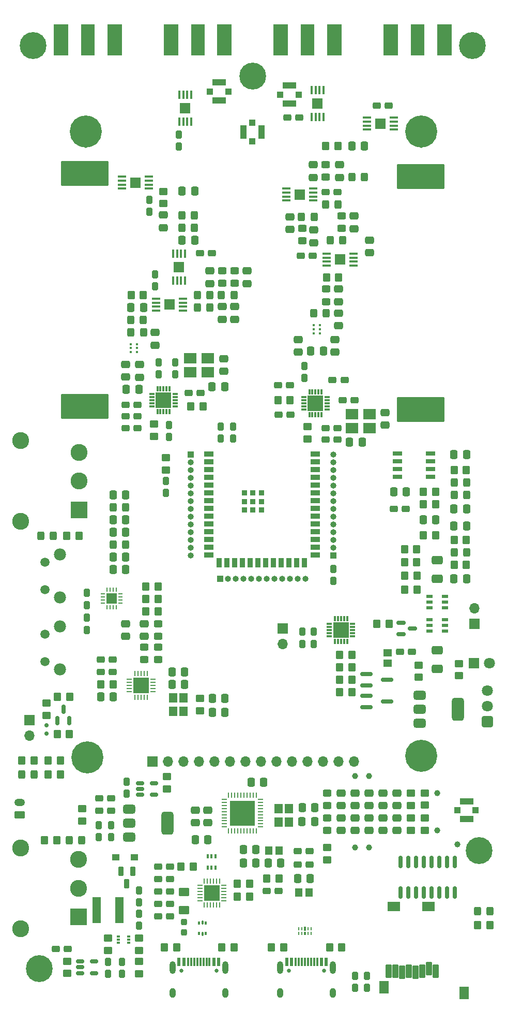
<source format=gbr>
%TF.GenerationSoftware,KiCad,Pcbnew,8.0.7*%
%TF.CreationDate,2025-02-17T14:25:55+00:00*%
%TF.ProjectId,PCB V3.1,50434220-5633-42e3-912e-6b696361645f,rev?*%
%TF.SameCoordinates,Original*%
%TF.FileFunction,Soldermask,Top*%
%TF.FilePolarity,Negative*%
%FSLAX46Y46*%
G04 Gerber Fmt 4.6, Leading zero omitted, Abs format (unit mm)*
G04 Created by KiCad (PCBNEW 8.0.7) date 2025-02-17 14:25:55*
%MOMM*%
%LPD*%
G01*
G04 APERTURE LIST*
G04 Aperture macros list*
%AMRoundRect*
0 Rectangle with rounded corners*
0 $1 Rounding radius*
0 $2 $3 $4 $5 $6 $7 $8 $9 X,Y pos of 4 corners*
0 Add a 4 corners polygon primitive as box body*
4,1,4,$2,$3,$4,$5,$6,$7,$8,$9,$2,$3,0*
0 Add four circle primitives for the rounded corners*
1,1,$1+$1,$2,$3*
1,1,$1+$1,$4,$5*
1,1,$1+$1,$6,$7*
1,1,$1+$1,$8,$9*
0 Add four rect primitives between the rounded corners*
20,1,$1+$1,$2,$3,$4,$5,0*
20,1,$1+$1,$4,$5,$6,$7,0*
20,1,$1+$1,$6,$7,$8,$9,0*
20,1,$1+$1,$8,$9,$2,$3,0*%
G04 Aperture macros list end*
%ADD10RoundRect,0.250000X-0.400000X-0.275000X0.400000X-0.275000X0.400000X0.275000X-0.400000X0.275000X0*%
%ADD11C,1.000000*%
%ADD12C,0.700000*%
%ADD13C,4.400000*%
%ADD14RoundRect,0.250000X-0.450000X0.350000X-0.450000X-0.350000X0.450000X-0.350000X0.450000X0.350000X0*%
%ADD15RoundRect,0.250000X-0.325000X-0.450000X0.325000X-0.450000X0.325000X0.450000X-0.325000X0.450000X0*%
%ADD16R,0.450000X1.400000*%
%ADD17R,1.750000X1.750000*%
%ADD18RoundRect,0.250000X0.450000X-0.325000X0.450000X0.325000X-0.450000X0.325000X-0.450000X-0.325000X0*%
%ADD19RoundRect,0.250000X-0.350000X-0.450000X0.350000X-0.450000X0.350000X0.450000X-0.350000X0.450000X0*%
%ADD20R,1.528000X0.650000*%
%ADD21RoundRect,0.250000X-0.337500X-0.475000X0.337500X-0.475000X0.337500X0.475000X-0.337500X0.475000X0*%
%ADD22RoundRect,0.250000X0.275000X-0.400000X0.275000X0.400000X-0.275000X0.400000X-0.275000X-0.400000X0*%
%ADD23RoundRect,0.250000X0.400000X0.275000X-0.400000X0.275000X-0.400000X-0.275000X0.400000X-0.275000X0*%
%ADD24RoundRect,0.237500X0.237500X-0.287500X0.237500X0.287500X-0.237500X0.287500X-0.237500X-0.287500X0*%
%ADD25R,1.000000X1.000000*%
%ADD26R,2.200000X1.050000*%
%ADD27R,2.100000X1.800000*%
%ADD28RoundRect,0.250000X0.350000X0.450000X-0.350000X0.450000X-0.350000X-0.450000X0.350000X-0.450000X0*%
%ADD29RoundRect,0.250000X-0.450000X0.325000X-0.450000X-0.325000X0.450000X-0.325000X0.450000X0.325000X0*%
%ADD30RoundRect,0.250000X0.475000X-0.337500X0.475000X0.337500X-0.475000X0.337500X-0.475000X-0.337500X0*%
%ADD31RoundRect,0.100000X0.100000X-0.225000X0.100000X0.225000X-0.100000X0.225000X-0.100000X-0.225000X0*%
%ADD32RoundRect,0.250000X0.337500X0.475000X-0.337500X0.475000X-0.337500X-0.475000X0.337500X-0.475000X0*%
%ADD33RoundRect,0.250000X-0.475000X0.337500X-0.475000X-0.337500X0.475000X-0.337500X0.475000X0.337500X0*%
%ADD34R,1.400000X0.450000*%
%ADD35RoundRect,0.250000X0.325000X0.450000X-0.325000X0.450000X-0.325000X-0.450000X0.325000X-0.450000X0*%
%ADD36R,0.950000X0.300000*%
%ADD37R,0.300000X0.950000*%
%ADD38C,0.500000*%
%ADD39R,2.500000X2.500000*%
%ADD40RoundRect,0.250000X-0.275000X0.400000X-0.275000X-0.400000X0.275000X-0.400000X0.275000X0.400000X0*%
%ADD41C,1.515000*%
%ADD42C,1.980000*%
%ADD43O,1.000000X1.000000*%
%ADD44RoundRect,0.250200X0.649800X-0.649800X0.649800X0.649800X-0.649800X0.649800X-0.649800X-0.649800X0*%
%ADD45C,1.800000*%
%ADD46RoundRect,0.162500X-0.837500X-0.162500X0.837500X-0.162500X0.837500X0.162500X-0.837500X0.162500X0*%
%ADD47RoundRect,0.062500X-0.350000X-0.062500X0.350000X-0.062500X0.350000X0.062500X-0.350000X0.062500X0*%
%ADD48RoundRect,0.062500X-0.062500X-0.350000X0.062500X-0.350000X0.062500X0.350000X-0.062500X0.350000X0*%
%ADD49R,2.600000X2.600000*%
%ADD50C,0.650000*%
%ADD51R,0.600000X1.450000*%
%ADD52R,0.300000X1.450000*%
%ADD53O,1.000000X2.100000*%
%ADD54O,1.000000X1.600000*%
%ADD55R,0.475000X0.300000*%
%ADD56RoundRect,0.250000X0.450000X-0.350000X0.450000X0.350000X-0.450000X0.350000X-0.450000X-0.350000X0*%
%ADD57RoundRect,0.102000X-3.810000X1.905000X-3.810000X-1.905000X3.810000X-1.905000X3.810000X1.905000X0*%
%ADD58RoundRect,0.102000X3.810000X-1.905000X3.810000X1.905000X-3.810000X1.905000X-3.810000X-1.905000X0*%
%ADD59R,1.700000X1.700000*%
%ADD60O,1.700000X1.700000*%
%ADD61C,0.800000*%
%ADD62C,5.250000*%
%ADD63R,1.100000X0.550000*%
%ADD64RoundRect,0.150000X-0.587500X-0.150000X0.587500X-0.150000X0.587500X0.150000X-0.587500X0.150000X0*%
%ADD65RoundRect,0.102000X0.600000X0.700000X-0.600000X0.700000X-0.600000X-0.700000X0.600000X-0.700000X0*%
%ADD66RoundRect,0.250000X0.650000X-0.412500X0.650000X0.412500X-0.650000X0.412500X-0.650000X-0.412500X0*%
%ADD67RoundRect,0.150000X0.200000X-0.150000X0.200000X0.150000X-0.200000X0.150000X-0.200000X-0.150000X0*%
%ADD68R,0.330000X0.410000*%
%ADD69RoundRect,0.250001X0.624999X-0.462499X0.624999X0.462499X-0.624999X0.462499X-0.624999X-0.462499X0*%
%ADD70RoundRect,0.093750X0.093750X-0.156250X0.093750X0.156250X-0.093750X0.156250X-0.093750X-0.156250X0*%
%ADD71RoundRect,0.075000X0.075000X-0.250000X0.075000X0.250000X-0.075000X0.250000X-0.075000X-0.250000X0*%
%ADD72R,1.050000X2.200000*%
%ADD73RoundRect,0.062500X0.062500X-0.375000X0.062500X0.375000X-0.062500X0.375000X-0.062500X-0.375000X0*%
%ADD74RoundRect,0.062500X0.375000X-0.062500X0.375000X0.062500X-0.375000X0.062500X-0.375000X-0.062500X0*%
%ADD75R,4.100000X4.100000*%
%ADD76R,1.200000X1.450000*%
%ADD77RoundRect,0.102000X-0.279400X0.660400X-0.279400X-0.660400X0.279400X-0.660400X0.279400X0.660400X0*%
%ADD78R,2.290000X5.080000*%
%ADD79R,2.420000X5.080000*%
%ADD80R,1.800000X1.800000*%
%ADD81RoundRect,0.250000X0.625000X-0.350000X0.625000X0.350000X-0.625000X0.350000X-0.625000X-0.350000X0*%
%ADD82O,1.750000X1.200000*%
%ADD83R,1.400000X4.200000*%
%ADD84RoundRect,0.062500X0.062500X-0.350000X0.062500X0.350000X-0.062500X0.350000X-0.062500X-0.350000X0*%
%ADD85RoundRect,0.062500X0.350000X-0.062500X0.350000X0.062500X-0.350000X0.062500X-0.350000X-0.062500X0*%
%ADD86RoundRect,0.102000X-0.400000X-1.000000X0.400000X-1.000000X0.400000X1.000000X-0.400000X1.000000X0*%
%ADD87RoundRect,0.102000X-0.900000X-0.700000X0.900000X-0.700000X0.900000X0.700000X-0.900000X0.700000X0*%
%ADD88RoundRect,0.102000X-0.700000X-0.950000X0.700000X-0.950000X0.700000X0.950000X-0.700000X0.950000X0*%
%ADD89RoundRect,0.150000X-0.512500X-0.150000X0.512500X-0.150000X0.512500X0.150000X-0.512500X0.150000X0*%
%ADD90RoundRect,0.375000X-0.625000X-0.375000X0.625000X-0.375000X0.625000X0.375000X-0.625000X0.375000X0*%
%ADD91RoundRect,0.500000X-0.500000X-1.400000X0.500000X-1.400000X0.500000X1.400000X-0.500000X1.400000X0*%
%ADD92R,2.775000X2.775000*%
%ADD93C,2.775000*%
%ADD94R,0.250000X0.625000*%
%ADD95R,0.450000X0.700000*%
%ADD96R,0.450000X0.575000*%
%ADD97RoundRect,0.150000X0.150000X-0.825000X0.150000X0.825000X-0.150000X0.825000X-0.150000X-0.825000X0*%
%ADD98RoundRect,0.250000X-0.650000X0.412500X-0.650000X-0.412500X0.650000X-0.412500X0.650000X0.412500X0*%
%ADD99R,1.450000X1.200000*%
%ADD100R,0.254000X0.762000*%
%ADD101R,0.762000X0.254000*%
%ADD102R,1.752600X1.752600*%
%ADD103RoundRect,0.150000X0.150000X-0.587500X0.150000X0.587500X-0.150000X0.587500X-0.150000X-0.587500X0*%
%ADD104R,1.498600X0.889000*%
%ADD105R,0.889000X1.498600*%
%ADD106R,0.889000X0.889000*%
%ADD107R,1.143000X1.092200*%
G04 APERTURE END LIST*
D10*
%TO.C,C24*%
X92628500Y-84339200D03*
X94578500Y-84339200D03*
%TD*%
D11*
%TO.C,TP7*%
X119882500Y-158639700D03*
%TD*%
D12*
%TO.C,H1*%
X66473500Y-178487200D03*
X66956774Y-177320474D03*
X66956774Y-179653926D03*
X68123500Y-176837200D03*
D13*
X68123500Y-178487200D03*
D12*
X68123500Y-180137200D03*
X69290226Y-177320474D03*
X69290226Y-179653926D03*
X69773500Y-178487200D03*
%TD*%
D14*
%TO.C,R31*%
X94492500Y-134266200D03*
X94492500Y-136266200D03*
%TD*%
D15*
%TO.C,D3*%
X65254500Y-146696200D03*
X67304500Y-146696200D03*
%TD*%
D16*
%TO.C,U13*%
X92034000Y-61554000D03*
X91384000Y-61554000D03*
X90734000Y-61554000D03*
X90084000Y-61554000D03*
X90084000Y-65954000D03*
X90734000Y-65954000D03*
X91384000Y-65954000D03*
X92034000Y-65954000D03*
D17*
X91059000Y-63754000D03*
%TD*%
D18*
%TO.C,L26*%
X115062000Y-49022000D03*
X115062000Y-46972000D03*
%TD*%
D19*
%TO.C,R35*%
X85608500Y-117994200D03*
X87608500Y-117994200D03*
%TD*%
%TO.C,R51*%
X115199500Y-65416200D03*
X117199500Y-65416200D03*
%TD*%
D20*
%TO.C,U19*%
X132245500Y-98055200D03*
X132245500Y-96785200D03*
X132245500Y-95515200D03*
X132245500Y-94245200D03*
X126823500Y-94245200D03*
X126823500Y-95515200D03*
X126823500Y-96785200D03*
X126823500Y-98055200D03*
%TD*%
D21*
%TO.C,C43*%
X96503000Y-136536200D03*
X98578000Y-136536200D03*
%TD*%
D22*
%TO.C,C22*%
X97921500Y-91752500D03*
X97921500Y-89802500D03*
%TD*%
D15*
%TO.C,L18*%
X115815000Y-59309000D03*
X117865000Y-59309000D03*
%TD*%
D23*
%TO.C,C2*%
X89552500Y-165841200D03*
X87602500Y-165841200D03*
%TD*%
D24*
%TO.C,FB1*%
X91879500Y-172558200D03*
X91879500Y-170808200D03*
%TD*%
D19*
%TO.C,R50*%
X131090500Y-100468200D03*
X133090500Y-100468200D03*
%TD*%
D25*
%TO.C,AE6*%
X110623500Y-35487200D03*
D26*
X109123500Y-36962200D03*
D25*
X107623500Y-35487200D03*
D26*
X109123500Y-34012200D03*
%TD*%
D15*
%TO.C,D8*%
X136113500Y-98944200D03*
X138163500Y-98944200D03*
%TD*%
%TO.C,L16*%
X91552500Y-57288200D03*
X93602500Y-57288200D03*
%TD*%
D27*
%TO.C,Y1*%
X92905500Y-80917200D03*
X95805500Y-80917200D03*
X95805500Y-78617200D03*
X92905500Y-78617200D03*
%TD*%
D21*
%TO.C,C26*%
X96471500Y-83323200D03*
X98546500Y-83323200D03*
%TD*%
D28*
%TO.C,R45*%
X119358500Y-129170200D03*
X117358500Y-129170200D03*
%TD*%
D10*
%TO.C,C56*%
X110519500Y-159230500D03*
X112469500Y-159230500D03*
%TD*%
D29*
%TO.C,L6*%
X85354500Y-125859200D03*
X85354500Y-127909200D03*
%TD*%
D30*
%TO.C,C108*%
X116580500Y-77629700D03*
X116580500Y-75554700D03*
%TD*%
D18*
%TO.C,L24*%
X115183500Y-69362200D03*
X115183500Y-67312200D03*
%TD*%
D31*
%TO.C,Q3*%
X95722500Y-161936200D03*
X96372500Y-161936200D03*
X97022500Y-161936200D03*
X97022500Y-160036200D03*
X96372500Y-160036200D03*
X95722500Y-160036200D03*
%TD*%
D32*
%TO.C,C48*%
X91974000Y-131964200D03*
X89899000Y-131964200D03*
%TD*%
D14*
%TO.C,R26*%
X131312500Y-149728200D03*
X131312500Y-151728200D03*
%TD*%
D33*
%TO.C,C53*%
X100164000Y-70183000D03*
X100164000Y-72258000D03*
%TD*%
D19*
%TO.C,R4*%
X71105500Y-140092200D03*
X73105500Y-140092200D03*
%TD*%
D34*
%TO.C,U17*%
X121879000Y-39284000D03*
X121879000Y-39934000D03*
X121879000Y-40584000D03*
X121879000Y-41234000D03*
X126279000Y-41234000D03*
X126279000Y-40584000D03*
X126279000Y-39934000D03*
X126279000Y-39284000D03*
D17*
X124079000Y-40259000D03*
%TD*%
D15*
%TO.C,L21*%
X111116000Y-55499000D03*
X113166000Y-55499000D03*
%TD*%
D35*
%TO.C,L25*%
X121421000Y-49013000D03*
X119371000Y-49013000D03*
%TD*%
D32*
%TO.C,C47*%
X91974000Y-129932200D03*
X89899000Y-129932200D03*
%TD*%
D19*
%TO.C,R44*%
X117358500Y-127138200D03*
X119358500Y-127138200D03*
%TD*%
D23*
%TO.C,C68*%
X84291500Y-90015500D03*
X82341500Y-90015500D03*
%TD*%
D22*
%TO.C,C32*%
X87761500Y-81211500D03*
X87761500Y-79261500D03*
%TD*%
D36*
%TO.C,IC4*%
X115696500Y-122074200D03*
X115696500Y-122574200D03*
X115696500Y-123074200D03*
X115696500Y-123574200D03*
X115696500Y-124074200D03*
D37*
X116596500Y-124974200D03*
X117096500Y-124974200D03*
X117596500Y-124974200D03*
X118096500Y-124974200D03*
X118596500Y-124974200D03*
D36*
X119496500Y-124074200D03*
X119496500Y-123574200D03*
X119496500Y-123074200D03*
X119496500Y-122574200D03*
X119496500Y-122074200D03*
D37*
X118596500Y-121174200D03*
X118096500Y-121174200D03*
X117596500Y-121174200D03*
X117096500Y-121174200D03*
X116596500Y-121174200D03*
D38*
X116834500Y-122312200D03*
X116834500Y-123074200D03*
X116834500Y-123836200D03*
X117596500Y-122312200D03*
X117596500Y-123074200D03*
D39*
X117596500Y-123074200D03*
D38*
X117596500Y-123836200D03*
X118358500Y-122312200D03*
X118358500Y-123074200D03*
X118358500Y-123836200D03*
%TD*%
D35*
%TO.C,L15*%
X82299500Y-103008200D03*
X80249500Y-103008200D03*
%TD*%
D21*
%TO.C,C104*%
X112622000Y-77481200D03*
X114697000Y-77481200D03*
%TD*%
D40*
%TO.C,C94*%
X86233000Y-52746000D03*
X86233000Y-54696000D03*
%TD*%
D21*
%TO.C,C42*%
X96503000Y-134250200D03*
X98578000Y-134250200D03*
%TD*%
D11*
%TO.C,TP3*%
X133344500Y-155808200D03*
%TD*%
D37*
%TO.C,IC6*%
X112405500Y-87890200D03*
X112905500Y-87890200D03*
X113405500Y-87890200D03*
X113905500Y-87890200D03*
X114405500Y-87890200D03*
D36*
X115305500Y-86990200D03*
X115305500Y-86490200D03*
X115305500Y-85990200D03*
X115305500Y-85490200D03*
X115305500Y-84990200D03*
D37*
X114405500Y-84090200D03*
X113905500Y-84090200D03*
X113405500Y-84090200D03*
X112905500Y-84090200D03*
X112405500Y-84090200D03*
D36*
X111505500Y-84990200D03*
X111505500Y-85490200D03*
X111505500Y-85990200D03*
X111505500Y-86490200D03*
X111505500Y-86990200D03*
D38*
X112643500Y-86752200D03*
X113405500Y-86752200D03*
X114167500Y-86752200D03*
X112643500Y-85990200D03*
X113405500Y-85990200D03*
D39*
X113405500Y-85990200D03*
D38*
X114167500Y-85990200D03*
X112643500Y-85228200D03*
X113405500Y-85228200D03*
X114167500Y-85228200D03*
%TD*%
D41*
%TO.C,RESET1*%
X69082500Y-111986200D03*
X69082500Y-116486200D03*
D42*
X71572500Y-110731200D03*
X71572500Y-117741200D03*
%TD*%
D23*
%TO.C,C7*%
X89552500Y-169905200D03*
X87602500Y-169905200D03*
%TD*%
D25*
%TO.C,J10*%
X116326500Y-110882200D03*
D43*
X116326500Y-109612200D03*
X116326500Y-108342200D03*
X116326500Y-107072200D03*
X116326500Y-105802200D03*
X116326500Y-104532200D03*
X116326500Y-103262200D03*
X116326500Y-101992200D03*
X116326500Y-100722200D03*
X116326500Y-99452200D03*
X116326500Y-98182200D03*
X116326500Y-96912200D03*
X116326500Y-95642200D03*
X116326500Y-94372200D03*
%TD*%
D33*
%TO.C,C97*%
X109220000Y-55477500D03*
X109220000Y-57552500D03*
%TD*%
D23*
%TO.C,C4*%
X89552500Y-167873200D03*
X87602500Y-167873200D03*
%TD*%
D44*
%TO.C,U5*%
X141598500Y-138060200D03*
D45*
X141598500Y-135520200D03*
X141598500Y-132980200D03*
%TD*%
D33*
%TO.C,C121*%
X113030000Y-46959500D03*
X113030000Y-49034500D03*
%TD*%
D14*
%TO.C,R20*%
X84513500Y-177287200D03*
X84513500Y-179287200D03*
%TD*%
D30*
%TO.C,C49*%
X85354500Y-124111700D03*
X85354500Y-122036700D03*
%TD*%
D33*
%TO.C,C29*%
X126740500Y-153786700D03*
X126740500Y-155861700D03*
%TD*%
D21*
%TO.C,C99*%
X136101000Y-114692200D03*
X138176000Y-114692200D03*
%TD*%
D46*
%TO.C,Q5*%
X121728500Y-130252200D03*
X121728500Y-132152200D03*
X125148500Y-131202200D03*
%TD*%
D47*
%TO.C,U6*%
X94514000Y-164845200D03*
X94514000Y-165345200D03*
X94514000Y-165845200D03*
X94514000Y-166345200D03*
X94514000Y-166845200D03*
X94514000Y-167345200D03*
D48*
X95201500Y-168032700D03*
X95701500Y-168032700D03*
X96201500Y-168032700D03*
X96701500Y-168032700D03*
X97201500Y-168032700D03*
X97701500Y-168032700D03*
D47*
X98389000Y-167345200D03*
X98389000Y-166845200D03*
X98389000Y-166345200D03*
X98389000Y-165845200D03*
X98389000Y-165345200D03*
X98389000Y-164845200D03*
D48*
X97701500Y-164157700D03*
X97201500Y-164157700D03*
X96701500Y-164157700D03*
X96201500Y-164157700D03*
X95701500Y-164157700D03*
X95201500Y-164157700D03*
D38*
X95562500Y-165206200D03*
X95562500Y-166095200D03*
X95562500Y-166984200D03*
X96451500Y-165206200D03*
X96451500Y-166095200D03*
D49*
X96451500Y-166095200D03*
D38*
X96451500Y-166984200D03*
X97340500Y-165206200D03*
X97340500Y-166095200D03*
X97340500Y-166984200D03*
%TD*%
D50*
%TO.C,USB_OTG1*%
X109053500Y-178787200D03*
X114833500Y-178787200D03*
D51*
X108693500Y-177342200D03*
X109493500Y-177342200D03*
D52*
X110693500Y-177342200D03*
X111693500Y-177342200D03*
X112193500Y-177342200D03*
X113193500Y-177342200D03*
D51*
X114393500Y-177342200D03*
X115193500Y-177342200D03*
X115193500Y-177342200D03*
X114393500Y-177342200D03*
D52*
X113693500Y-177342200D03*
X112693500Y-177342200D03*
X111193500Y-177342200D03*
X110193500Y-177342200D03*
D51*
X109493500Y-177342200D03*
X108693500Y-177342200D03*
D53*
X107623500Y-178257200D03*
D54*
X107623500Y-182437200D03*
D53*
X116263500Y-178257200D03*
D54*
X116263500Y-182437200D03*
%TD*%
D19*
%TO.C,R59*%
X72654500Y-107707200D03*
X74654500Y-107707200D03*
%TD*%
D22*
%TO.C,C25*%
X87116500Y-66860500D03*
X87116500Y-64910500D03*
%TD*%
D50*
%TO.C,USB_UART1*%
X91413500Y-178787200D03*
X97193500Y-178787200D03*
D51*
X91053500Y-177342200D03*
X91853500Y-177342200D03*
D52*
X93053500Y-177342200D03*
X94053500Y-177342200D03*
X94553500Y-177342200D03*
X95553500Y-177342200D03*
D51*
X96753500Y-177342200D03*
X97553500Y-177342200D03*
X97553500Y-177342200D03*
X96753500Y-177342200D03*
D52*
X96053500Y-177342200D03*
X95053500Y-177342200D03*
X93553500Y-177342200D03*
X92553500Y-177342200D03*
D51*
X91853500Y-177342200D03*
X91053500Y-177342200D03*
D53*
X89983500Y-178257200D03*
D54*
X89983500Y-182437200D03*
D53*
X98623500Y-178257200D03*
D54*
X98623500Y-182437200D03*
%TD*%
D55*
%TO.C,IC1*%
X81135500Y-173215200D03*
X81135500Y-173715200D03*
X81135500Y-174215200D03*
X82811500Y-174215200D03*
X82811500Y-173715200D03*
X82811500Y-173215200D03*
%TD*%
D29*
%TO.C,L9*%
X115310500Y-149719200D03*
X115310500Y-151769200D03*
%TD*%
D35*
%TO.C,L22*%
X117103000Y-53467000D03*
X115053000Y-53467000D03*
%TD*%
D21*
%TO.C,C84*%
X91540000Y-51319200D03*
X93615000Y-51319200D03*
%TD*%
D33*
%TO.C,C38*%
X117596500Y-153770700D03*
X117596500Y-155845700D03*
%TD*%
D28*
%TO.C,R16*%
X71606500Y-144410200D03*
X69606500Y-144410200D03*
%TD*%
D56*
%TO.C,R21*%
X130296500Y-130797200D03*
X130296500Y-128797200D03*
%TD*%
D21*
%TO.C,C69*%
X80237000Y-113168200D03*
X82312000Y-113168200D03*
%TD*%
D32*
%TO.C,C44*%
X107722000Y-161135500D03*
X105647000Y-161135500D03*
%TD*%
D18*
%TO.C,L11*%
X98132000Y-66382000D03*
X98132000Y-64332000D03*
%TD*%
D19*
%TO.C,R18*%
X100604500Y-164564500D03*
X102604500Y-164564500D03*
%TD*%
D57*
%TO.C,AE4*%
X130623500Y-48887200D03*
X130623500Y-86987200D03*
%TD*%
D23*
%TO.C,C14*%
X89552500Y-161777200D03*
X87602500Y-161777200D03*
%TD*%
D28*
%TO.C,R53*%
X117078000Y-43933000D03*
X115078000Y-43933000D03*
%TD*%
D22*
%TO.C,C17*%
X119882500Y-181580200D03*
X119882500Y-179630200D03*
%TD*%
D21*
%TO.C,C81*%
X80237000Y-100976200D03*
X82312000Y-100976200D03*
%TD*%
D58*
%TO.C,AE2*%
X75623500Y-48417200D03*
X75623500Y-86517200D03*
%TD*%
D33*
%TO.C,C90*%
X124835500Y-87492700D03*
X124835500Y-89567700D03*
%TD*%
D34*
%TO.C,U14*%
X115275000Y-61509000D03*
X115275000Y-62159000D03*
X115275000Y-62809000D03*
X115275000Y-63459000D03*
X119675000Y-63459000D03*
X119675000Y-62809000D03*
X119675000Y-62159000D03*
X119675000Y-61509000D03*
D17*
X117475000Y-62484000D03*
%TD*%
D59*
%TO.C,SCREEN1*%
X86742400Y-144619700D03*
D60*
X89282400Y-144619700D03*
X91822400Y-144619700D03*
X94362400Y-144619700D03*
X96902400Y-144619700D03*
X99442400Y-144619700D03*
X101982400Y-144619700D03*
X104522400Y-144619700D03*
X107062400Y-144619700D03*
X109602400Y-144619700D03*
X112142400Y-144619700D03*
X114682400Y-144619700D03*
X117222400Y-144619700D03*
X119762400Y-144619700D03*
D61*
X73652400Y-41579700D03*
X73906400Y-143873700D03*
X74414400Y-39882644D03*
X74414400Y-43276756D03*
X74668400Y-142176644D03*
X74668400Y-145570756D03*
X75802400Y-39499700D03*
D62*
X75802400Y-41579700D03*
D61*
X75802400Y-43817700D03*
X76056400Y-141793700D03*
D62*
X76056400Y-143873700D03*
D61*
X76056400Y-146111700D03*
X77208400Y-39882644D03*
X77208400Y-43276756D03*
X77462400Y-142176644D03*
X77462400Y-145570756D03*
X77970400Y-41579700D03*
X78224400Y-143873700D03*
X128552400Y-41579700D03*
X128552400Y-143619700D03*
X129314400Y-39882644D03*
X129314400Y-43276756D03*
X129314400Y-141922644D03*
X129314400Y-145316756D03*
X130702400Y-39499700D03*
D62*
X130702400Y-41579700D03*
D61*
X130702400Y-43817700D03*
X130702400Y-141539700D03*
D62*
X130702400Y-143619700D03*
D61*
X130702400Y-145857700D03*
X132108400Y-39882644D03*
X132108400Y-43276756D03*
X132108400Y-141922644D03*
X132108400Y-145316756D03*
X132870400Y-41579700D03*
X132870400Y-143619700D03*
%TD*%
D23*
%TO.C,C13*%
X89552500Y-163809200D03*
X87602500Y-163809200D03*
%TD*%
D35*
%TO.C,L13*%
X85220500Y-72401200D03*
X83170500Y-72401200D03*
%TD*%
D63*
%TO.C,IC7*%
X132044500Y-117552200D03*
X132044500Y-118502200D03*
X132044500Y-119452200D03*
X134644500Y-119452200D03*
X134644500Y-118502200D03*
X134644500Y-117552200D03*
%TD*%
D32*
%TO.C,C115*%
X138176000Y-94372200D03*
X136101000Y-94372200D03*
%TD*%
D19*
%TO.C,R54*%
X131074500Y-107580200D03*
X133074500Y-107580200D03*
%TD*%
D21*
%TO.C,C23*%
X78215000Y-133996200D03*
X80290000Y-133996200D03*
%TD*%
D64*
%TO.C,Q7*%
X127405500Y-121870200D03*
X127405500Y-123770200D03*
X129280500Y-122820200D03*
%TD*%
D65*
%TO.C,Y2*%
X91786500Y-136366200D03*
X91786500Y-134166200D03*
X90086500Y-134166200D03*
X90086500Y-136366200D03*
%TD*%
D28*
%TO.C,R49*%
X138138500Y-96912200D03*
X136138500Y-96912200D03*
%TD*%
D66*
%TO.C,C98*%
X133344500Y-114730700D03*
X133344500Y-111605700D03*
%TD*%
D46*
%TO.C,Q6*%
X121728500Y-133808200D03*
X121728500Y-135708200D03*
X125148500Y-134758200D03*
%TD*%
D19*
%TO.C,R40*%
X117358500Y-131202200D03*
X119358500Y-131202200D03*
%TD*%
D22*
%TO.C,C39*%
X90418500Y-81211500D03*
X90418500Y-79261500D03*
%TD*%
D33*
%TO.C,C36*%
X119882500Y-149706700D03*
X119882500Y-151781700D03*
%TD*%
D56*
%TO.C,R27*%
X131312500Y-155808200D03*
X131312500Y-153808200D03*
%TD*%
D23*
%TO.C,C66*%
X84291500Y-88110500D03*
X82341500Y-88110500D03*
%TD*%
D10*
%TO.C,C72*%
X94488000Y-61468000D03*
X96438000Y-61468000D03*
%TD*%
%TO.C,C91*%
X117860500Y-85482200D03*
X119810500Y-85482200D03*
%TD*%
D22*
%TO.C,C16*%
X84513500Y-167578200D03*
X84513500Y-165628200D03*
%TD*%
D19*
%TO.C,R43*%
X123454500Y-122058200D03*
X125454500Y-122058200D03*
%TD*%
D40*
%TO.C,C5*%
X79433500Y-177312200D03*
X79433500Y-179262200D03*
%TD*%
D67*
%TO.C,D1*%
X69311500Y-138630200D03*
X69311500Y-140030200D03*
%TD*%
D12*
%TO.C,H3*%
X65473500Y-27487200D03*
X65956774Y-26320474D03*
X65956774Y-28653926D03*
X67123500Y-25837200D03*
D13*
X67123500Y-27487200D03*
D12*
X67123500Y-29137200D03*
X68290226Y-26320474D03*
X68290226Y-28653926D03*
X68773500Y-27487200D03*
%TD*%
D68*
%TO.C,FL2*%
X113151500Y-73240200D03*
X113151500Y-73900200D03*
X113151500Y-74560200D03*
X114141500Y-74560200D03*
X114141500Y-73900200D03*
X114141500Y-73240200D03*
%TD*%
D33*
%TO.C,C82*%
X88513500Y-55213200D03*
X88513500Y-57288200D03*
%TD*%
D21*
%TO.C,C117*%
X126211000Y-100468200D03*
X128286000Y-100468200D03*
%TD*%
D69*
%TO.C,F1*%
X91879500Y-168852700D03*
X91879500Y-165877700D03*
%TD*%
D21*
%TO.C,C89*%
X118972000Y-92340200D03*
X121047000Y-92340200D03*
%TD*%
D19*
%TO.C,R34*%
X85608500Y-120026200D03*
X87608500Y-120026200D03*
%TD*%
D70*
%TO.C,U2*%
X94360500Y-172699200D03*
D71*
X94898000Y-172774200D03*
D70*
X95435500Y-172699200D03*
X95435500Y-170999200D03*
D71*
X94898000Y-170924200D03*
D70*
X94360500Y-170999200D03*
%TD*%
D14*
%TO.C,R39*%
X88513500Y-51335200D03*
X88513500Y-53335200D03*
%TD*%
D21*
%TO.C,C120*%
X131058500Y-105040200D03*
X133133500Y-105040200D03*
%TD*%
D18*
%TO.C,L19*%
X111252000Y-59445000D03*
X111252000Y-57395000D03*
%TD*%
D32*
%TO.C,C102*%
X138154500Y-106056200D03*
X136079500Y-106056200D03*
%TD*%
D27*
%TO.C,Y4*%
X119374500Y-90068200D03*
X122274500Y-90068200D03*
X122274500Y-87768200D03*
X119374500Y-87768200D03*
%TD*%
D22*
%TO.C,C15*%
X84513500Y-171388200D03*
X84513500Y-169438200D03*
%TD*%
D15*
%TO.C,L4*%
X94059000Y-70310000D03*
X96109000Y-70310000D03*
%TD*%
D19*
%TO.C,R17*%
X100614500Y-166684800D03*
X102614500Y-166684800D03*
%TD*%
D23*
%TO.C,C11*%
X79900500Y-150601200D03*
X77950500Y-150601200D03*
%TD*%
D40*
%TO.C,C67*%
X75940500Y-121083200D03*
X75940500Y-123033200D03*
%TD*%
D33*
%TO.C,C45*%
X98132000Y-70183000D03*
X98132000Y-72258000D03*
%TD*%
D25*
%TO.C,J7*%
X103055500Y-43135200D03*
D72*
X101580500Y-41635200D03*
D25*
X103055500Y-40135200D03*
D72*
X104530500Y-41635200D03*
%TD*%
D32*
%TO.C,C78*%
X82312000Y-107072200D03*
X80237000Y-107072200D03*
%TD*%
D73*
%TO.C,IC3*%
X99182500Y-155961700D03*
X99682500Y-155961700D03*
X100182500Y-155961700D03*
X100682500Y-155961700D03*
X101182500Y-155961700D03*
X101682500Y-155961700D03*
X102182500Y-155961700D03*
X102682500Y-155961700D03*
X103182500Y-155961700D03*
X103682500Y-155961700D03*
D74*
X104370000Y-155274200D03*
X104370000Y-154774200D03*
X104370000Y-154274200D03*
X104370000Y-153774200D03*
X104370000Y-153274200D03*
X104370000Y-152774200D03*
X104370000Y-152274200D03*
X104370000Y-151774200D03*
X104370000Y-151274200D03*
X104370000Y-150774200D03*
D73*
X103682500Y-150086700D03*
X103182500Y-150086700D03*
X102682500Y-150086700D03*
X102182500Y-150086700D03*
X101682500Y-150086700D03*
X101182500Y-150086700D03*
X100682500Y-150086700D03*
X100182500Y-150086700D03*
X99682500Y-150086700D03*
X99182500Y-150086700D03*
D74*
X98495000Y-150774200D03*
X98495000Y-151274200D03*
X98495000Y-151774200D03*
X98495000Y-152274200D03*
X98495000Y-152774200D03*
X98495000Y-153274200D03*
X98495000Y-153774200D03*
X98495000Y-154274200D03*
X98495000Y-154774200D03*
X98495000Y-155274200D03*
D75*
X101432500Y-153024200D03*
%TD*%
D22*
%TO.C,C6*%
X79941500Y-156910200D03*
X79941500Y-154960200D03*
%TD*%
D10*
%TO.C,C92*%
X115097500Y-91920500D03*
X117047500Y-91920500D03*
%TD*%
D23*
%TO.C,C70*%
X84291500Y-86205500D03*
X82341500Y-86205500D03*
%TD*%
D33*
%TO.C,C54*%
X102196000Y-64319500D03*
X102196000Y-66394500D03*
%TD*%
D14*
%TO.C,R19*%
X84513500Y-173477200D03*
X84513500Y-175477200D03*
%TD*%
D30*
%TO.C,C28*%
X126740500Y-151781700D03*
X126740500Y-149706700D03*
%TD*%
D28*
%TO.C,R47*%
X109249500Y-85482200D03*
X107249500Y-85482200D03*
%TD*%
D33*
%TO.C,C100*%
X119761000Y-55350500D03*
X119761000Y-57425500D03*
%TD*%
D11*
%TO.C,TP6*%
X122168500Y-158639700D03*
%TD*%
D35*
%TO.C,D5*%
X141989500Y-169048200D03*
X139939500Y-169048200D03*
%TD*%
D11*
%TO.C,TP5*%
X119882500Y-146955700D03*
%TD*%
D40*
%TO.C,C60*%
X89402500Y-89548500D03*
X89402500Y-91498500D03*
%TD*%
D76*
%TO.C,FB2*%
X107430500Y-159103500D03*
X105730500Y-159103500D03*
%TD*%
D21*
%TO.C,C80*%
X91540000Y-59320200D03*
X93615000Y-59320200D03*
%TD*%
D10*
%TO.C,C93*%
X127289500Y-126630200D03*
X129239500Y-126630200D03*
%TD*%
D77*
%TO.C,Q1*%
X83446700Y-162539200D03*
X81516300Y-162539200D03*
X82481500Y-164571200D03*
%TD*%
D78*
%TO.C,AE7*%
X94123500Y-26557200D03*
D79*
X98503500Y-26557200D03*
X89743500Y-26557200D03*
%TD*%
D22*
%TO.C,C110*%
X111627500Y-81846500D03*
X111627500Y-79896500D03*
%TD*%
D10*
%TO.C,C87*%
X115056500Y-90015500D03*
X117006500Y-90015500D03*
%TD*%
D14*
%TO.C,R12*%
X79433500Y-173477200D03*
X79433500Y-175477200D03*
%TD*%
D10*
%TO.C,C58*%
X105439500Y-165707500D03*
X107389500Y-165707500D03*
%TD*%
D80*
%TO.C,D4*%
X139348500Y-128520200D03*
D45*
X141888500Y-128520200D03*
%TD*%
D25*
%TO.C,J5*%
X136656500Y-152538200D03*
D26*
X138156500Y-151063200D03*
D25*
X139656500Y-152538200D03*
D26*
X138156500Y-154013200D03*
%TD*%
D14*
%TO.C,R23*%
X88904500Y-94896200D03*
X88904500Y-96896200D03*
%TD*%
D19*
%TO.C,R15*%
X69606500Y-146696200D03*
X71606500Y-146696200D03*
%TD*%
D28*
%TO.C,R52*%
X133074500Y-102500200D03*
X131074500Y-102500200D03*
%TD*%
D30*
%TO.C,C46*%
X96100000Y-66394500D03*
X96100000Y-64319500D03*
%TD*%
D35*
%TO.C,D6*%
X138163500Y-110374200D03*
X136113500Y-110374200D03*
%TD*%
D11*
%TO.C,TP2*%
X136646500Y-158126200D03*
%TD*%
D63*
%TO.C,IC5*%
X132044500Y-121362200D03*
X132044500Y-122312200D03*
X132044500Y-123262200D03*
X134644500Y-123262200D03*
X134644500Y-122312200D03*
X134644500Y-121362200D03*
%TD*%
D19*
%TO.C,R36*%
X105414500Y-163675500D03*
X107414500Y-163675500D03*
%TD*%
D32*
%TO.C,C57*%
X112532000Y-163675500D03*
X110457000Y-163675500D03*
%TD*%
D21*
%TO.C,C123*%
X119358500Y-43933000D03*
X121433500Y-43933000D03*
%TD*%
D12*
%TO.C,H2*%
X138552500Y-159142200D03*
X139035774Y-157975474D03*
X139035774Y-160308926D03*
X140202500Y-157492200D03*
D13*
X140202500Y-159142200D03*
D12*
X140202500Y-160792200D03*
X141369226Y-157975474D03*
X141369226Y-160308926D03*
X141852500Y-159142200D03*
%TD*%
D81*
%TO.C,JSTPH1*%
X64987000Y-153273000D03*
D82*
X64987000Y-151273000D03*
%TD*%
D33*
%TO.C,C116*%
X117215500Y-67299700D03*
X117215500Y-69374700D03*
%TD*%
D23*
%TO.C,C1*%
X72788500Y-175239200D03*
X70838500Y-175239200D03*
%TD*%
D83*
%TO.C,L1*%
X77583500Y-168889200D03*
X81283500Y-168889200D03*
%TD*%
D28*
%TO.C,R55*%
X130026500Y-114184200D03*
X128026500Y-114184200D03*
%TD*%
D33*
%TO.C,C118*%
X117348000Y-46959500D03*
X117348000Y-49034500D03*
%TD*%
D15*
%TO.C,L7*%
X97996000Y-68278000D03*
X100046000Y-68278000D03*
%TD*%
D22*
%TO.C,C3*%
X77909500Y-156910200D03*
X77909500Y-154960200D03*
%TD*%
D59*
%TO.C,J1*%
X66542500Y-137826200D03*
D60*
X66542500Y-140366200D03*
%TD*%
D56*
%TO.C,R1*%
X89085500Y-149045200D03*
X89085500Y-147045200D03*
%TD*%
D10*
%TO.C,C119*%
X126273500Y-103262200D03*
X128223500Y-103262200D03*
%TD*%
D40*
%TO.C,C86*%
X113157000Y-123369200D03*
X113157000Y-125319200D03*
%TD*%
D30*
%TO.C,C62*%
X82290500Y-81693700D03*
X82290500Y-79618700D03*
%TD*%
D34*
%TO.C,U16*%
X113030000Y-52832000D03*
X113030000Y-52182000D03*
X113030000Y-51532000D03*
X113030000Y-50882000D03*
X108630000Y-50882000D03*
X108630000Y-51532000D03*
X108630000Y-52182000D03*
X108630000Y-52832000D03*
D17*
X110830000Y-51857000D03*
%TD*%
D84*
%TO.C,U10*%
X83862500Y-134061200D03*
X84362500Y-134061200D03*
X84862500Y-134061200D03*
X85362500Y-134061200D03*
X85862500Y-134061200D03*
D85*
X86800000Y-133123700D03*
X86800000Y-132623700D03*
X86800000Y-132123700D03*
X86800000Y-131623700D03*
X86800000Y-131123700D03*
D84*
X85862500Y-130186200D03*
X85362500Y-130186200D03*
X84862500Y-130186200D03*
X84362500Y-130186200D03*
X83862500Y-130186200D03*
D85*
X82925000Y-131123700D03*
X82925000Y-131623700D03*
X82925000Y-132123700D03*
X82925000Y-132623700D03*
X82925000Y-133123700D03*
D38*
X84100500Y-132885700D03*
X84862500Y-132885700D03*
X85624500Y-132885700D03*
X84100500Y-132123700D03*
X84862500Y-132123700D03*
D39*
X84862500Y-132123700D03*
D38*
X85624500Y-132123700D03*
X84100500Y-131361700D03*
X84862500Y-131361700D03*
X85624500Y-131361700D03*
%TD*%
D18*
%TO.C,L20*%
X117729000Y-57413000D03*
X117729000Y-55363000D03*
%TD*%
D23*
%TO.C,C88*%
X112989000Y-61849000D03*
X111039000Y-61849000D03*
%TD*%
D30*
%TO.C,C33*%
X122168500Y-151781700D03*
X122168500Y-149706700D03*
%TD*%
D78*
%TO.C,AE1*%
X76123500Y-26557200D03*
D79*
X80503500Y-26557200D03*
X71743500Y-26557200D03*
%TD*%
D21*
%TO.C,C77*%
X83158000Y-70369200D03*
X85233000Y-70369200D03*
%TD*%
D19*
%TO.C,R2*%
X69035500Y-157459200D03*
X71035500Y-157459200D03*
%TD*%
%TO.C,R14*%
X65304500Y-144410200D03*
X67304500Y-144410200D03*
%TD*%
%TO.C,R57*%
X128010500Y-109866200D03*
X130010500Y-109866200D03*
%TD*%
D76*
%TO.C,FB3*%
X112344500Y-165961500D03*
X110644500Y-165961500D03*
%TD*%
D15*
%TO.C,L5*%
X94059000Y-68278000D03*
X96109000Y-68278000D03*
%TD*%
D86*
%TO.C,J3*%
X133113500Y-178866000D03*
X132013500Y-178466000D03*
X130913500Y-178866000D03*
X129813500Y-179066000D03*
X128713500Y-178866000D03*
X127613500Y-179066000D03*
X126513500Y-178866000D03*
X125413500Y-178866000D03*
D87*
X126223500Y-168316000D03*
X131923500Y-168316000D03*
D88*
X124623500Y-181466000D03*
X137773500Y-182466000D03*
%TD*%
D40*
%TO.C,C8*%
X81719500Y-177312200D03*
X81719500Y-179262200D03*
%TD*%
D23*
%TO.C,C12*%
X79900500Y-152633200D03*
X77950500Y-152633200D03*
%TD*%
D41*
%TO.C,BOOT1*%
X69082500Y-123741200D03*
X69082500Y-128241200D03*
D42*
X71572500Y-122486200D03*
X71572500Y-129496200D03*
%TD*%
D35*
%TO.C,L17*%
X93602500Y-55256200D03*
X91552500Y-55256200D03*
%TD*%
D18*
%TO.C,L10*%
X115310500Y-155833200D03*
X115310500Y-153783200D03*
%TD*%
D89*
%TO.C,U1*%
X84646000Y-148127200D03*
X84646000Y-149077200D03*
X84646000Y-150027200D03*
X86921000Y-150027200D03*
X86921000Y-148127200D03*
%TD*%
D40*
%TO.C,C85*%
X111246500Y-123369200D03*
X111246500Y-125319200D03*
%TD*%
D18*
%TO.C,L8*%
X100164000Y-66382000D03*
X100164000Y-64332000D03*
%TD*%
D11*
%TO.C,TP1*%
X133344500Y-149712200D03*
%TD*%
D21*
%TO.C,C75*%
X93720500Y-157364200D03*
X95795500Y-157364200D03*
%TD*%
D30*
%TO.C,C35*%
X117596500Y-151781700D03*
X117596500Y-149706700D03*
%TD*%
D65*
%TO.C,Y3*%
X109037000Y-154488500D03*
X109037000Y-152288500D03*
X107337000Y-152288500D03*
X107337000Y-154488500D03*
%TD*%
D23*
%TO.C,C111*%
X110744000Y-39243000D03*
X108794000Y-39243000D03*
%TD*%
D78*
%TO.C,AE3*%
X130123500Y-26557200D03*
D79*
X134503500Y-26557200D03*
X125743500Y-26557200D03*
%TD*%
D12*
%TO.C,H5*%
X101473500Y-32487200D03*
X101956774Y-31320474D03*
X101956774Y-33653926D03*
X103123500Y-30837200D03*
D13*
X103123500Y-32487200D03*
D12*
X103123500Y-34137200D03*
X104290226Y-31320474D03*
X104290226Y-33653926D03*
X104773500Y-32487200D03*
%TD*%
D90*
%TO.C,U4*%
X82887500Y-152365200D03*
X82887500Y-154665200D03*
D91*
X89187500Y-154665200D03*
D90*
X82887500Y-156965200D03*
%TD*%
D15*
%TO.C,D2*%
X73074500Y-157459200D03*
X75124500Y-157459200D03*
%TD*%
D19*
%TO.C,R13*%
X91387500Y-161777200D03*
X93387500Y-161777200D03*
%TD*%
D56*
%TO.C,R29*%
X129026500Y-155824200D03*
X129026500Y-153824200D03*
%TD*%
D33*
%TO.C,C51*%
X82306500Y-122036700D03*
X82306500Y-124111700D03*
%TD*%
D23*
%TO.C,C40*%
X80227500Y-129932200D03*
X78277500Y-129932200D03*
%TD*%
D33*
%TO.C,C101*%
X113157000Y-57636500D03*
X113157000Y-59711500D03*
%TD*%
D30*
%TO.C,C65*%
X95752500Y-154591700D03*
X95752500Y-152516700D03*
%TD*%
D18*
%TO.C,L3*%
X87640500Y-124099200D03*
X87640500Y-122049200D03*
%TD*%
D19*
%TO.C,R9*%
X115707500Y-175017200D03*
X117707500Y-175017200D03*
%TD*%
D21*
%TO.C,C76*%
X111235000Y-152118500D03*
X113310000Y-152118500D03*
%TD*%
%TO.C,C74*%
X80237000Y-111136200D03*
X82312000Y-111136200D03*
%TD*%
D28*
%TO.C,R38*%
X85195500Y-68337200D03*
X83195500Y-68337200D03*
%TD*%
D22*
%TO.C,C21*%
X99953500Y-91752500D03*
X99953500Y-89802500D03*
%TD*%
D25*
%TO.C,AE8*%
X96123500Y-35012200D03*
D26*
X97623500Y-33537200D03*
D25*
X99123500Y-35012200D03*
D26*
X97623500Y-36487200D03*
%TD*%
D92*
%TO.C,ANT_SW1*%
X74653500Y-103392200D03*
D93*
X74653500Y-98692200D03*
X74653500Y-93992200D03*
X65123500Y-105297200D03*
X65123500Y-92087200D03*
%TD*%
D12*
%TO.C,H4*%
X137473500Y-27487200D03*
X137956774Y-26320474D03*
X137956774Y-28653926D03*
X139123500Y-25837200D03*
D13*
X139123500Y-27487200D03*
D12*
X139123500Y-29137200D03*
X140290226Y-26320474D03*
X140290226Y-28653926D03*
X140773500Y-27487200D03*
%TD*%
D21*
%TO.C,C50*%
X101567000Y-161135500D03*
X103642000Y-161135500D03*
%TD*%
D14*
%TO.C,R6*%
X69311500Y-135028200D03*
X69311500Y-137028200D03*
%TD*%
%TO.C,R28*%
X129026500Y-149744200D03*
X129026500Y-151744200D03*
%TD*%
D40*
%TO.C,C20*%
X116326500Y-113082200D03*
X116326500Y-115032200D03*
%TD*%
D19*
%TO.C,R41*%
X117358500Y-133234200D03*
X119358500Y-133234200D03*
%TD*%
%TO.C,R3*%
X71121500Y-133996200D03*
X73121500Y-133996200D03*
%TD*%
D34*
%TO.C,U11*%
X87335000Y-68875000D03*
X87335000Y-69525000D03*
X87335000Y-70175000D03*
X87335000Y-70825000D03*
X91735000Y-70825000D03*
X91735000Y-70175000D03*
X91735000Y-69525000D03*
X91735000Y-68875000D03*
D17*
X89535000Y-69850000D03*
%TD*%
D10*
%TO.C,C52*%
X110519500Y-161389500D03*
X112469500Y-161389500D03*
%TD*%
D23*
%TO.C,C103*%
X109351500Y-87895200D03*
X107401500Y-87895200D03*
%TD*%
D32*
%TO.C,C106*%
X138176000Y-103262200D03*
X136101000Y-103262200D03*
%TD*%
D14*
%TO.C,R33*%
X86989500Y-89412500D03*
X86989500Y-91412500D03*
%TD*%
D19*
%TO.C,R24*%
X139964500Y-171334200D03*
X141964500Y-171334200D03*
%TD*%
D14*
%TO.C,R42*%
X112135500Y-89816200D03*
X112135500Y-91816200D03*
%TD*%
D94*
%TO.C,U7*%
X112707500Y-171924200D03*
X112207500Y-171924200D03*
D95*
X111707500Y-171961700D03*
D94*
X111207500Y-171924200D03*
X110707500Y-171924200D03*
X110707500Y-172699200D03*
X111207500Y-172699200D03*
D96*
X111707500Y-172724200D03*
D94*
X112207500Y-172699200D03*
X112707500Y-172699200D03*
%TD*%
D33*
%TO.C,C34*%
X122168500Y-153786700D03*
X122168500Y-155861700D03*
%TD*%
D59*
%TO.C,J2*%
X108077000Y-122804000D03*
D60*
X108077000Y-125344000D03*
%TD*%
D16*
%TO.C,U18*%
X112776000Y-39157000D03*
X113426000Y-39157000D03*
X114076000Y-39157000D03*
X114726000Y-39157000D03*
X114726000Y-34757000D03*
X114076000Y-34757000D03*
X113426000Y-34757000D03*
X112776000Y-34757000D03*
D17*
X113751000Y-36957000D03*
%TD*%
D15*
%TO.C,L14*%
X80249500Y-109104200D03*
X82299500Y-109104200D03*
%TD*%
D22*
%TO.C,C64*%
X75940500Y-118969200D03*
X75940500Y-117019200D03*
%TD*%
D30*
%TO.C,C30*%
X124454500Y-151781700D03*
X124454500Y-149706700D03*
%TD*%
D97*
%TO.C,U8*%
X127381000Y-165989000D03*
X128651000Y-165989000D03*
X129921000Y-165989000D03*
X131191000Y-165989000D03*
X132461000Y-165989000D03*
X133731000Y-165989000D03*
X135001000Y-165989000D03*
X136271000Y-165989000D03*
X136271000Y-161039000D03*
X135001000Y-161039000D03*
X133731000Y-161039000D03*
X132461000Y-161039000D03*
X131191000Y-161039000D03*
X129921000Y-161039000D03*
X128651000Y-161039000D03*
X127381000Y-161039000D03*
%TD*%
D23*
%TO.C,C109*%
X109224500Y-83069200D03*
X107274500Y-83069200D03*
%TD*%
D32*
%TO.C,C79*%
X82312000Y-105040200D03*
X80237000Y-105040200D03*
%TD*%
D30*
%TO.C,C107*%
X110611500Y-77629700D03*
X110611500Y-75554700D03*
%TD*%
D33*
%TO.C,C27*%
X98419500Y-78708200D03*
X98419500Y-80783200D03*
%TD*%
D19*
%TO.C,R37*%
X85608500Y-115962200D03*
X87608500Y-115962200D03*
%TD*%
D33*
%TO.C,C96*%
X122301000Y-59287500D03*
X122301000Y-61362500D03*
%TD*%
D89*
%TO.C,U3*%
X74861500Y-177271200D03*
X74861500Y-178221200D03*
X74861500Y-179171200D03*
X77136500Y-179171200D03*
X77136500Y-177271200D03*
%TD*%
D30*
%TO.C,C59*%
X93720500Y-154591700D03*
X93720500Y-152516700D03*
%TD*%
D11*
%TO.C,TP4*%
X122168500Y-146955700D03*
%TD*%
D40*
%TO.C,C122*%
X91059000Y-42078000D03*
X91059000Y-44028000D03*
%TD*%
D22*
%TO.C,C18*%
X121882500Y-181580200D03*
X121882500Y-179630200D03*
%TD*%
D98*
%TO.C,C95*%
X133344500Y-126337700D03*
X133344500Y-129462700D03*
%TD*%
D28*
%TO.C,R11*%
X108198500Y-175017200D03*
X106198500Y-175017200D03*
%TD*%
D30*
%TO.C,C63*%
X84576500Y-81715200D03*
X84576500Y-79640200D03*
%TD*%
D19*
%TO.C,R56*%
X128026500Y-116470200D03*
X130026500Y-116470200D03*
%TD*%
D28*
%TO.C,R48*%
X138138500Y-108342200D03*
X136138500Y-108342200D03*
%TD*%
D59*
%TO.C,J6*%
X139440500Y-122063200D03*
D60*
X139440500Y-119523200D03*
%TD*%
D33*
%TO.C,C31*%
X124454500Y-153786700D03*
X124454500Y-155861700D03*
%TD*%
D25*
%TO.C,J8*%
X92958500Y-94372200D03*
D43*
X92958500Y-95642200D03*
X92958500Y-96912200D03*
X92958500Y-98182200D03*
X92958500Y-99452200D03*
X92958500Y-100722200D03*
X92958500Y-101992200D03*
X92958500Y-103262200D03*
X92958500Y-104532200D03*
X92958500Y-105802200D03*
X92958500Y-107072200D03*
X92958500Y-108342200D03*
X92958500Y-109612200D03*
X92958500Y-110882200D03*
%TD*%
D99*
%TO.C,FB4*%
X125216500Y-128496200D03*
X125216500Y-126796200D03*
%TD*%
D36*
%TO.C,IC2*%
X90413500Y-86482200D03*
X90413500Y-85982200D03*
X90413500Y-85482200D03*
X90413500Y-84982200D03*
X90413500Y-84482200D03*
D37*
X89513500Y-83582200D03*
X89013500Y-83582200D03*
X88513500Y-83582200D03*
X88013500Y-83582200D03*
X87513500Y-83582200D03*
D36*
X86613500Y-84482200D03*
X86613500Y-84982200D03*
X86613500Y-85482200D03*
X86613500Y-85982200D03*
X86613500Y-86482200D03*
D37*
X87513500Y-87382200D03*
X88013500Y-87382200D03*
X88513500Y-87382200D03*
X89013500Y-87382200D03*
X89513500Y-87382200D03*
D38*
X89275500Y-86244200D03*
X89275500Y-85482200D03*
X89275500Y-84720200D03*
X88513500Y-86244200D03*
X88513500Y-85482200D03*
D39*
X88513500Y-85482200D03*
D38*
X88513500Y-84720200D03*
X87751500Y-86244200D03*
X87751500Y-85482200D03*
X87751500Y-84720200D03*
%TD*%
D21*
%TO.C,C55*%
X101567000Y-158976500D03*
X103642000Y-158976500D03*
%TD*%
D34*
%TO.C,U15*%
X86147000Y-50886000D03*
X86147000Y-50236000D03*
X86147000Y-49586000D03*
X86147000Y-48936000D03*
X81747000Y-48936000D03*
X81747000Y-49586000D03*
X81747000Y-50236000D03*
X81747000Y-50886000D03*
D17*
X83947000Y-49911000D03*
%TD*%
D40*
%TO.C,C19*%
X88904500Y-98709700D03*
X88904500Y-100659700D03*
%TD*%
D100*
%TO.C,U12*%
X79266499Y-119365800D03*
X79766500Y-119365800D03*
X80266500Y-119365800D03*
X80766501Y-119365800D03*
D101*
X81464300Y-118668001D03*
X81464300Y-118168000D03*
X81464300Y-117668000D03*
X81464300Y-117167999D03*
D100*
X80766501Y-116470200D03*
X80266500Y-116470200D03*
X79766500Y-116470200D03*
X79266499Y-116470200D03*
D101*
X78568700Y-117167999D03*
X78568700Y-117668000D03*
X78568700Y-118168000D03*
X78568700Y-118668001D03*
D38*
X79508500Y-118426000D03*
X80524500Y-118426000D03*
X80016500Y-117918000D03*
D102*
X80016500Y-117918000D03*
D38*
X79508500Y-117410000D03*
X80524500Y-117410000D03*
%TD*%
D33*
%TO.C,C113*%
X117215500Y-71236700D03*
X117215500Y-73311700D03*
%TD*%
D14*
%TO.C,R32*%
X115310500Y-158650200D03*
X115310500Y-160650200D03*
%TD*%
%TO.C,R22*%
X136900500Y-128543200D03*
X136900500Y-130543200D03*
%TD*%
D19*
%TO.C,R46*%
X136138500Y-112406200D03*
X138138500Y-112406200D03*
%TD*%
D10*
%TO.C,C114*%
X115103000Y-51435000D03*
X117053000Y-51435000D03*
%TD*%
D19*
%TO.C,R30*%
X92990500Y-86498200D03*
X94990500Y-86498200D03*
%TD*%
D28*
%TO.C,R25*%
X80252500Y-131964200D03*
X78252500Y-131964200D03*
%TD*%
D23*
%TO.C,C41*%
X80227500Y-127900200D03*
X78277500Y-127900200D03*
%TD*%
D19*
%TO.C,R5*%
X98054500Y-175017200D03*
X100054500Y-175017200D03*
%TD*%
D16*
%TO.C,U20*%
X91100000Y-39919000D03*
X91750000Y-39919000D03*
X92400000Y-39919000D03*
X93050000Y-39919000D03*
X93050000Y-35519000D03*
X92400000Y-35519000D03*
X91750000Y-35519000D03*
X91100000Y-35519000D03*
D17*
X92075000Y-37719000D03*
%TD*%
D15*
%TO.C,L23*%
X113142500Y-71258200D03*
X115192500Y-71258200D03*
%TD*%
D14*
%TO.C,R10*%
X75178500Y-152316200D03*
X75178500Y-154316200D03*
%TD*%
D35*
%TO.C,D9*%
X70488500Y-107707200D03*
X68438500Y-107707200D03*
%TD*%
D10*
%TO.C,C105*%
X123485000Y-37338000D03*
X125435000Y-37338000D03*
%TD*%
D103*
%TO.C,Q2*%
X71155500Y-137903200D03*
X73055500Y-137903200D03*
X72105500Y-136028200D03*
%TD*%
D15*
%TO.C,L12*%
X83179500Y-74433200D03*
X85229500Y-74433200D03*
%TD*%
D21*
%TO.C,C83*%
X102843000Y-147966200D03*
X104918000Y-147966200D03*
%TD*%
D104*
%TO.C,U9*%
X95897500Y-94315200D03*
X95897500Y-95585200D03*
X95897500Y-96855200D03*
X95897500Y-98125200D03*
X95897500Y-99395200D03*
X95897500Y-100665200D03*
X95897500Y-101935200D03*
X95897500Y-103205200D03*
X95897500Y-104475200D03*
X95897500Y-105745200D03*
X95897500Y-107015200D03*
X95897500Y-108285200D03*
X95897500Y-109555200D03*
X95897500Y-110825200D03*
D105*
X97662500Y-112075202D03*
X98932500Y-112075202D03*
X100202500Y-112075202D03*
X101472500Y-112075202D03*
X102742500Y-112075202D03*
X104012500Y-112075202D03*
X105282500Y-112075202D03*
X106552500Y-112075202D03*
X107822500Y-112075202D03*
X109092500Y-112075202D03*
X110362500Y-112075202D03*
X111632500Y-112075202D03*
D104*
X113397500Y-110825200D03*
X113397500Y-109555200D03*
X113397500Y-108285200D03*
X113397500Y-107015200D03*
X113397500Y-105745200D03*
X113397500Y-104475200D03*
X113397500Y-103205200D03*
X113397500Y-101935200D03*
X113397500Y-100665200D03*
X113397500Y-99395200D03*
X113397500Y-98125200D03*
X113397500Y-96855200D03*
X113397500Y-95585200D03*
X113397500Y-94315200D03*
D106*
X103147500Y-102035200D03*
X101747500Y-100635200D03*
X101747500Y-102035200D03*
X101747500Y-103435200D03*
X103147500Y-103435200D03*
X104547500Y-103435200D03*
X104547500Y-102035200D03*
X104547500Y-100635200D03*
X103147500Y-100635200D03*
%TD*%
D30*
%TO.C,C37*%
X119882500Y-155861700D03*
X119882500Y-153786700D03*
%TD*%
D10*
%TO.C,C112*%
X116209500Y-82180200D03*
X118159500Y-82180200D03*
%TD*%
D15*
%TO.C,D7*%
X136113500Y-100976200D03*
X138163500Y-100976200D03*
%TD*%
D92*
%TO.C,PWR_SW1*%
X74623500Y-169987200D03*
D93*
X74623500Y-165287200D03*
X74623500Y-160587200D03*
X65093500Y-171892200D03*
X65093500Y-158682200D03*
%TD*%
D32*
%TO.C,C73*%
X113288500Y-154404500D03*
X111213500Y-154404500D03*
%TD*%
D28*
%TO.C,R8*%
X90656500Y-175017200D03*
X88656500Y-175017200D03*
%TD*%
D25*
%TO.C,J9*%
X97784500Y-114692200D03*
D43*
X99054500Y-114692200D03*
X100324500Y-114692200D03*
X101594500Y-114692200D03*
X102864500Y-114692200D03*
X104134500Y-114692200D03*
X105404500Y-114692200D03*
X106674500Y-114692200D03*
X107944500Y-114692200D03*
X109214500Y-114692200D03*
X110484500Y-114692200D03*
X111754500Y-114692200D03*
%TD*%
D22*
%TO.C,C10*%
X82481500Y-149819700D03*
X82481500Y-147869700D03*
%TD*%
D56*
%TO.C,R7*%
X72697000Y-179221200D03*
X72697000Y-177221200D03*
%TD*%
D33*
%TO.C,C71*%
X87116500Y-74433200D03*
X87116500Y-76508200D03*
%TD*%
D90*
%TO.C,Q4*%
X130448500Y-133728200D03*
X130448500Y-136028200D03*
D91*
X136748500Y-136028200D03*
D90*
X130448500Y-138328200D03*
%TD*%
D19*
%TO.C,R58*%
X128010500Y-111952200D03*
X130010500Y-111952200D03*
%TD*%
D107*
%TO.C,CR1*%
X80690800Y-160253200D03*
X83764200Y-160253200D03*
%TD*%
D68*
%TO.C,FL1*%
X83179500Y-76313200D03*
X83179500Y-76973200D03*
X83179500Y-77633200D03*
X84169500Y-77633200D03*
X84169500Y-76973200D03*
X84169500Y-76313200D03*
%TD*%
D21*
%TO.C,C61*%
X82396000Y-83704200D03*
X84471000Y-83704200D03*
%TD*%
D29*
%TO.C,L2*%
X87640500Y-125859200D03*
X87640500Y-127909200D03*
%TD*%
D78*
%TO.C,AE5*%
X112123500Y-26557200D03*
D79*
X116503500Y-26557200D03*
X107743500Y-26557200D03*
%TD*%
M02*

</source>
